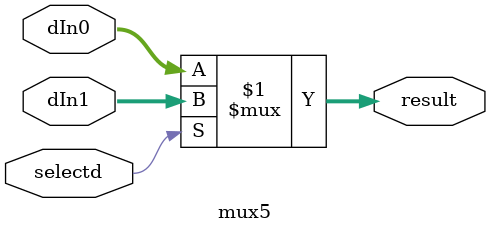
<source format=v>
module mux5 (result, dIn0, dIn1, selectd);
	output [4:0] result;
	input [4:0] dIn0, dIn1;
	input selectd;

	assign result = selectd ? dIn1 : dIn0;
endmodule
</source>
